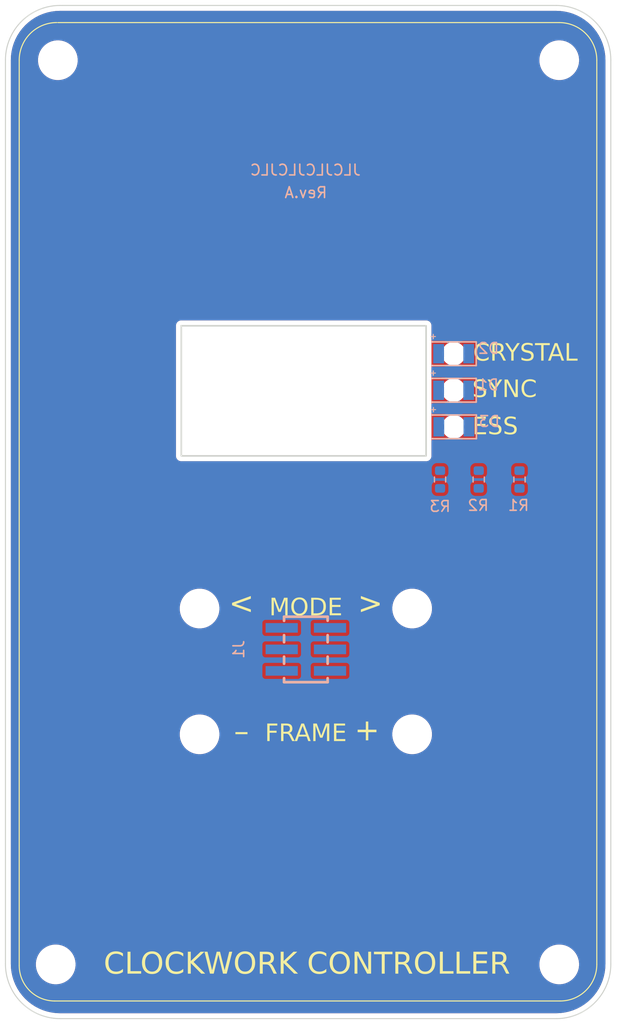
<source format=kicad_pcb>
(kicad_pcb (version 20240108) (generator "pcbnew") (generator_version "8.0")
  (layers (0 "F.Cu" signal) (31 "B.Cu" signal) (34 "B.Paste" user) (35 "F.Paste" user) (36 "B.SilkS" user "B.Silkscreen") (37 "F.SilkS" user "F.Silkscreen") (38 "B.Mask" user) (39 "F.Mask" user) (44 "Edge.Cuts" user))
  (net 0 "")
  (net 1 "GND")
  (net 2 "Net-(D1-A)")
  (net 3 "Net-(D2-A)")
  (net 4 "Net-(D3-A)")
  (net 5 "Net-(J1-Pad3)")
  (net 6 "Net-(J1-Pad5)")
  (net 7 "Net-(J1-Pad1)")
  (footprint "MountingHole:MountingHole_3.2mm_M3_DIN965" (layer "F.Cu") (at 144.8 127.8)
    (property "Reference" "H3" (hide yes))
    (property "Value" "MountingHole")
    (pad "" np_thru_hole circle (at 0 0) (size 3.2 3.2) (drill 3.2) (layers "*.Cu" "*.Mask"))
  )
  (footprint "MountingHole:MountingHole_3.2mm_M3_DIN965" (layer "F.Cu") (at 131.1 94.7)
    (property "Reference" "H7" (hide yes))
    (property "Value" "MountingHole")
    (pad "" np_thru_hole circle (at 0 0) (size 3.2 3.2) (drill 3.2) (layers "*.Cu" "*.Mask"))
  )
  (footprint "MountingHole:MountingHole_3.2mm_M3_DIN965" (layer "F.Cu") (at 98.1 43.7)
    (property "Reference" "H2" (hide yes))
    (property "Value" "MountingHole")
    (pad "" np_thru_hole circle (at 0 0) (size 3.2 3.2) (drill 3.2) (layers "*.Cu" "*.Mask"))
  )
  (footprint "MountingHole:MountingHole_3.2mm_M3_DIN965" (layer "F.Cu") (at 111.3 106.4)
    (property "Reference" "H6" (hide yes))
    (property "Value" "MountingHole")
    (pad "" np_thru_hole circle (at 0 0) (size 3.2 3.2) (drill 3.2) (layers "*.Cu" "*.Mask"))
  )
  (footprint "MountingHole:MountingHole_3.2mm_M3_DIN965" (layer "F.Cu") (at 131.1 106.4)
    (property "Reference" "H8" (hide yes))
    (property "Value" "MountingHole")
    (pad "" np_thru_hole circle (at 0 0) (size 3.2 3.2) (drill 3.2) (layers "*.Cu" "*.Mask"))
  )
  (footprint "MountingHole:MountingHole_3.2mm_M3_DIN965" (layer "F.Cu") (at 97.9 127.8)
    (property "Reference" "H4" (hide yes))
    (property "Value" "MountingHole")
    (pad "" np_thru_hole circle (at 0 0) (size 3.2 3.2) (drill 3.2) (layers "*.Cu" "*.Mask"))
  )
  (footprint "MountingHole:MountingHole_3.2mm_M3_DIN965" (layer "F.Cu") (at 144.8 43.7)
    (property "Reference" "H1" (hide yes))
    (property "Value" "MountingHole")
    (pad "" np_thru_hole circle (at 0 0) (size 3.2 3.2) (drill 3.2) (layers "*.Cu" "*.Mask"))
  )
  (footprint "MountingHole:MountingHole_3.2mm_M3_DIN965" (layer "F.Cu") (at 111.3 94.7)
    (property "Reference" "H5" (hide yes))
    (property "Value" "MountingHole")
    (pad "" np_thru_hole circle (at 0 0) (size 3.2 3.2) (drill 3.2) (layers "*.Cu" "*.Mask"))
  )
  (footprint "Resistor_SMD:R_0603_1608Metric" (layer "B.Cu") (at 133.7 82.7 -90)
    (property "Reference" "R3" (at 2.5 0 0) (layer "B.SilkS") (effects (justify mirror)))
    (property "Value" "1k")
    (fp_line (start 0.237258 0.5225) (end -0.237258 0.5225) (stroke (width 0.12)) (layer "B.SilkS"))
    (fp_line (start 0.237258 -0.5225) (end -0.237258 -0.5225) (stroke (width 0.12)) (layer "B.SilkS"))
    (pad "1" smd roundrect (at -0.825 0 270) (size 0.8 0.95) (layers "B.Cu" "B.Paste" "B.Mask") (net 4 "Net-(D3-A)"))
    (pad "2" smd roundrect (at 0.825 0 270) (size 0.8 0.95) (layers "B.Cu" "B.Paste" "B.Mask") (net 6 "Net-(J1-Pad5)"))
  )
  (footprint "easyEDA:LED-SMD_L3.2-W1.6-RD-EH-3_kicad" (layer "B.Cu") (at 134.9695 74.4 180)
    (property "Reference" "D1" (at -3.2125 0.5 0) (layer "B.SilkS") (effects (justify mirror)))
    (property "Value" "no sync (re)")
    (fp_line (start 2 -1.1) (end -2.1 -1.1) (stroke (width 0.15)) (layer "B.SilkS"))
    (fp_line (start 1.9 1.6) (end 1.9 1.4) (stroke (width 0.1)) (layer "B.SilkS"))
    (fp_line (start 1.9 1.4) (end 1.9 1.8) (stroke (width 0.1)) (layer "B.SilkS"))
    (fp_line (start 1.7 1.6) (end 2.1 1.6) (stroke (width 0.1)) (layer "B.SilkS"))
    (fp_line (start 1.1 1.1) (end -2.1 1.1) (stroke (width 0.15)) (layer "B.SilkS"))
    (fp_line (start 0.58 1.1) (end 2 1.1) (stroke (width 0.15)) (layer "B.SilkS"))
    (fp_line (start -2.1 1.1) (end -2.1 -1.1) (stroke (width 0.15)) (layer "B.SilkS"))
    (pad "" np_thru_hole circle (at 0 0 180) (size 1.7 1.7) (drill 1.7) (layers "F&B.Cu" "*.Mask"))
    (pad "1" smd rect (at -1.4 0 180) (size 1 1.8) (layers "B.Cu" "B.Paste" "B.Mask") (net 1 "GND"))
    (pad "2" smd rect (at 1.4 0 180) (size 1 1.8) (layers "B.Cu" "B.Paste" "B.Mask") (net 2 "Net-(D1-A)"))
  )
  (footprint "Resistor_SMD:R_0603_1608Metric" (layer "B.Cu") (at 141.1 82.7 90)
    (property "Reference" "R1" (at -2.406 -0.092 180) (layer "B.SilkS") (effects (justify mirror)))
    (property "Value" "3K3")
    (fp_line (start 0.237258 -0.5225) (end -0.237258 -0.5225) (stroke (width 0.12)) (layer "B.SilkS"))
    (fp_line (start 0.237258 0.5225) (end -0.237258 0.5225) (stroke (width 0.12)) (layer "B.SilkS"))
    (pad "1" smd roundrect (at -0.825 0 90) (size 0.8 0.95) (layers "B.Cu" "B.Paste" "B.Mask") (net 7 "Net-(J1-Pad1)"))
    (pad "2" smd roundrect (at 0.825 0 90) (size 0.8 0.95) (layers "B.Cu" "B.Paste" "B.Mask") (net 2 "Net-(D1-A)"))
  )
  (footprint "easyEDA:LED-SMD_L3.2-W1.6-RD-EH-3_kicad" (layer "B.Cu") (at 134.9875 77.8 180)
    (property "Reference" "D3" (at -3.302 0.5 0) (layer "B.SilkS") (effects (justify mirror)))
    (property "Value" "Ext. Imp. (ye)")
    (fp_line (start 2 -1.1) (end -2.1 -1.1) (stroke (width 0.15)) (layer "B.SilkS"))
    (fp_line (start 1.9 1.6) (end 1.9 1.4) (stroke (width 0.1)) (layer "B.SilkS"))
    (fp_line (start 1.9 1.4) (end 1.9 1.8) (stroke (width 0.1)) (layer "B.SilkS"))
    (fp_line (start 1.7 1.6) (end 2.1 1.6) (stroke (width 0.1)) (layer "B.SilkS"))
    (fp_line (start 1.1 1.1) (end -2.1 1.1) (stroke (width 0.15)) (layer "B.SilkS"))
    (fp_line (start 0.58 1.1) (end 2 1.1) (stroke (width 0.15)) (layer "B.SilkS"))
    (fp_line (start -2.1 1.1) (end -2.1 -1.1) (stroke (width 0.15)) (layer "B.SilkS"))
    (pad "" np_thru_hole circle (at 0 0 180) (size 1.7 1.7) (drill 1.7) (layers "F&B.Cu" "*.Mask"))
    (pad "1" smd rect (at -1.4 0 180) (size 1 1.8) (layers "B.Cu" "B.Paste" "B.Mask") (net 1 "GND"))
    (pad "2" smd rect (at 1.4 0 180) (size 1 1.8) (layers "B.Cu" "B.Paste" "B.Mask") (net 4 "Net-(D3-A)"))
  )
  (footprint "easyEDA:HDR-SMD_6P-P2.00-V-M-R2-C3-LS6.5" (layer "B.Cu") (at 121.2 98.5 -90)
    (property "Reference" "J1" (at 0 6.25 90) (layer "B.SilkS") (effects (justify mirror)))
    (property "Value" "~")
    (fp_line (start -3.04 2.03) (end -2.66 2.03) (stroke (width 0.25)) (layer "B.SilkS"))
    (fp_line (start -1.32 2.03) (end -0.67 2.03) (stroke (width 0.25)) (layer "B.SilkS"))
    (fp_line (start 0.68 2.03) (end 1.33 2.03) (stroke (width 0.25)) (layer "B.SilkS"))
    (fp_line (start 2.68 2.03) (end 3.05 2.03) (stroke (width 0.25)) (layer "B.SilkS"))
    (fp_line (start 3.05 2.03) (end 3.05 -2.03) (stroke (width 0.25)) (layer "B.SilkS"))
    (fp_line (start -3.04 -2.03) (end -3.04 2.03) (stroke (width 0.25)) (layer "B.SilkS"))
    (fp_line (start -2.67 -2.03) (end -3.04 -2.03) (stroke (width 0.25)) (layer "B.SilkS"))
    (fp_line (start -0.67 -2.03) (end -1.32 -2.03) (stroke (width 0.25)) (layer "B.SilkS"))
    (fp_line (start 1.33 -2.03) (end 0.68 -2.03) (stroke (width 0.25)) (layer "B.SilkS"))
    (fp_line (start 3.05 -2.03) (end 2.68 -2.03) (stroke (width 0.25)) (layer "B.SilkS"))
    (pad "1" smd rect (at -2 -2.25 270) (size 0.89 3) (layers "B.Cu" "B.Paste" "B.Mask") (net 7 "Net-(J1-Pad1)"))
    (pad "2" smd rect (at -2 2.25 270) (size 0.89 3) (layers "B.Cu" "B.Paste" "B.Mask") (net 1 "GND"))
    (pad "3" smd rect (at 0 -2.25 270) (size 0.89 3) (layers "B.Cu" "B.Paste" "B.Mask") (net 5 "Net-(J1-Pad3)"))
    (pad "4" smd rect (at 0 2.25 270) (size 0.89 3) (layers "B.Cu" "B.Paste" "B.Mask") (net 1 "GND"))
    (pad "5" smd rect (at 2 -2.25 270) (size 0.89 3) (layers "B.Cu" "B.Paste" "B.Mask") (net 6 "Net-(J1-Pad5)"))
    (pad "6" smd rect (at 2 2.25 270) (size 0.89 3) (layers "B.Cu" "B.Paste" "B.Mask") (net 1 "GND"))
  )
  (footprint "Resistor_SMD:R_0603_1608Metric" (layer "B.Cu") (at 137.3 82.7 90)
    (property "Reference" "R2" (at -2.406 -0.048 0) (layer "B.SilkS") (effects (justify mirror)))
    (property "Value" "3K3")
    (fp_line (start 0.237258 -0.5225) (end -0.237258 -0.5225) (stroke (width 0.12)) (layer "B.SilkS"))
    (fp_line (start 0.237258 0.5225) (end -0.237258 0.5225) (stroke (width 0.12)) (layer "B.SilkS"))
    (pad "1" smd roundrect (at -0.825 0 90) (size 0.8 0.95) (layers "B.Cu" "B.Paste" "B.Mask") (net 5 "Net-(J1-Pad3)"))
    (pad "2" smd roundrect (at 0.825 0 90) (size 0.8 0.95) (layers "B.Cu" "B.Paste" "B.Mask") (net 3 "Net-(D2-A)"))
  )
  (footprint "easyEDA:LED-SMD_L3.2-W1.6-RD-EH-3_kicad" (layer "B.Cu") (at 134.9695 71 180)
    (property "Reference" "D2" (at -3.242 0.5 0) (layer "B.SilkS") (effects (justify mirror)))
    (property "Value" "Crystal (gr)")
    (fp_line (start 2 -1.1) (end -2.1 -1.1) (stroke (width 0.15)) (layer "B.SilkS"))
    (fp_line (start 1.9 1.6) (end 1.9 1.4) (stroke (width 0.1)) (layer "B.SilkS"))
    (fp_line (start 1.9 1.4) (end 1.9 1.8) (stroke (width 0.1)) (layer "B.SilkS"))
    (fp_line (start 1.7 1.6) (end 2.1 1.6) (stroke (width 0.1)) (layer "B.SilkS"))
    (fp_line (start 1.1 1.1) (end -2.1 1.1) (stroke (width 0.15)) (layer "B.SilkS"))
    (fp_line (start 0.58 1.1) (end 2 1.1) (stroke (width 0.15)) (layer "B.SilkS"))
    (fp_line (start -2.1 1.1) (end -2.1 -1.1) (stroke (width 0.15)) (layer "B.SilkS"))
    (pad "" np_thru_hole circle (at 0 0 180) (size 1.7 1.7) (drill 1.7) (layers "F&B.Cu" "*.Mask"))
    (pad "1" smd rect (at -1.4 0 180) (size 1 1.8) (layers "B.Cu" "B.Paste" "B.Mask") (net 1 "GND"))
    (pad "2" smd rect (at 1.4 0 180) (size 1 1.8) (layers "B.Cu" "B.Paste" "B.Mask") (net 3 "Net-(D2-A)"))
  )
  (gr_line (start 148.3 43.7) (end 148.3 127.8) (stroke (width 0.1)) (layer "F.SilkS"))
  (gr_arc (start 148.3 127.8) (mid 147.303733 130.205203) (end 144.89853 131.20147) (stroke (width 0.1)) (layer "F.SilkS"))
  (gr_line (start 97.8 131.201514) (end 144.9 131.201514) (stroke (width 0.1)) (layer "F.SilkS"))
  (gr_line (start 98.1 40.2) (end 144.8 40.2) (stroke (width 0.1)) (layer "F.SilkS"))
  (gr_arc (start 94.5 43.7) (mid 95.525545 41.224117) (end 98.001428 40.198572) (stroke (width 0.1)) (layer "F.SilkS"))
  (gr_arc (start 97.801514 131.201514) (mid 95.466991 130.234523) (end 94.5 127.9) (stroke (width 0.1)) (layer "F.SilkS"))
  (gr_line (start 94.5 43.7) (end 94.5 127.9) (stroke (width 0.1)) (layer "F.SilkS"))
  (gr_arc (start 144.8 40.2) (mid 147.274874 41.225126) (end 148.3 43.7) (stroke (width 0.1)) (layer "F.SilkS"))
  (gr_line (start 93.218 43.688) (end 93.218 127.762) (stroke (width 0.1)) (layer "Edge.Cuts"))
  (gr_arc (start 93.218 43.688) (mid 94.705898 40.095898) (end 98.298 38.608) (stroke (width 0.1)) (layer "Edge.Cuts"))
  (gr_arc (start 98.298 132.842) (mid 94.705898 131.354102) (end 93.218 127.762) (stroke (width 0.1)) (layer "Edge.Cuts"))
  (gr_line (start 149.606 43.688) (end 149.606 127.762) (stroke (width 0.1)) (layer "Edge.Cuts"))
  (gr_arc (start 149.606 127.762) (mid 148.118102 131.354102) (end 144.526 132.842) (stroke (width 0.1)) (layer "Edge.Cuts"))
  (gr_rect (start 109.6 68.4) (end 132.4 80.5) (stroke (width 0.15)) (fill none) (layer "Edge.Cuts"))
  (gr_line (start 144.526 132.842) (end 98.298 132.842) (stroke (width 0.1)) (layer "Edge.Cuts"))
  (gr_line (start 98.298 38.608) (end 144.526 38.608) (stroke (width 0.1)) (layer "Edge.Cuts"))
  (gr_arc (start 144.526 38.608) (mid 148.118102 40.095898) (end 149.606 43.688) (stroke (width 0.1)) (layer "Edge.Cuts"))
  (gr_text "Rev.A" (at 121.2 56.6 0) (layer "B.SilkS") (effects (font (size 1 1)) (justify bottom mirror)))
  (gr_text "JLCJLCJLCJLC" (at 126.4 54.5 0) (layer "B.SilkS") (effects (font (size 1 1)) (justify left bottom mirror)))
  (gr_text "CLOCKWORK CONTROLLER" (at 121.3 129 0) (layer "F.SilkS") (effects (font (size 2 2) (thickness 0.1)) (justify bottom)))
  (gr_text "ESS" (at 136.7125 78.7625 0) (layer "F.SilkS") (effects (font (size 1.6 1.6) (thickness 0.2)) (justify left bottom)))
  (gr_text "CRYSTAL" (at 136.782 71.9165 0) (layer "F.SilkS") (effects (font (size 1.6 1.6) (thickness 0.2)) (justify left bottom)))
  (gr_text "+" (at 126.9 107.3 0) (layer "F.SilkS") (effects (font (size 2 2) (thickness 0.35)) (justify bottom)))
  (gr_text "SYNC" (at 136.7 75.3 0) (layer "F.SilkS") (effects (font (size 1.6 1.6) (thickness 0.2)) (justify left bottom)))
  (gr_text "FRAME" (at 121.2 107.3 0) (layer "F.SilkS") (effects (font (size 1.6 1.6) (thickness 0.35)) (justify bottom)))
  (gr_text ">" (at 127.2 95.5 0) (layer "F.SilkS") (effects (font (size 2 2) (thickness 0.35)) (justify bottom)))
  (gr_text "<" (at 115.2 95.5 0) (layer "F.SilkS") (effects (font (size 2 2) (thickness 0.35)) (justify bottom)))
  (gr_text "MODE" (at 121.2 95.6 0) (layer "F.SilkS") (effects (font (size 1.6 1.6) (thickness 0.35)) (justify bottom)))
  (gr_text "–" (at 115.2 107.4 0) (layer "F.SilkS") (effects (font (size 2 2) (thickness 0.35)) (justify bottom)))
  (zone (net 0) (net_name "") (layer "F.Cu") (priority 1) (connect_pads (clearance 0.3)) (min_thickness 0.25) (fill yes (thermal_gap 0.5) (thermal_bridge_width 0.5))
    (polygon (pts (xy 92.71 38.1) (xy 150.368 38.1) (xy 150.368 133.35) (xy 92.71 133.35)))
  )
  (zone (net 0) (net_name "") (layer "B.Cu") (priority 1) (connect_pads (clearance 0.3)) (min_thickness 0.25) (fill yes (thermal_gap 0.5) (thermal_bridge_width 0.5))
    (polygon (pts (xy 92.71 38.1) (xy 150.368 38.1) (xy 150.368 133.35) (xy 92.71 133.35)))
  )
)
</source>
